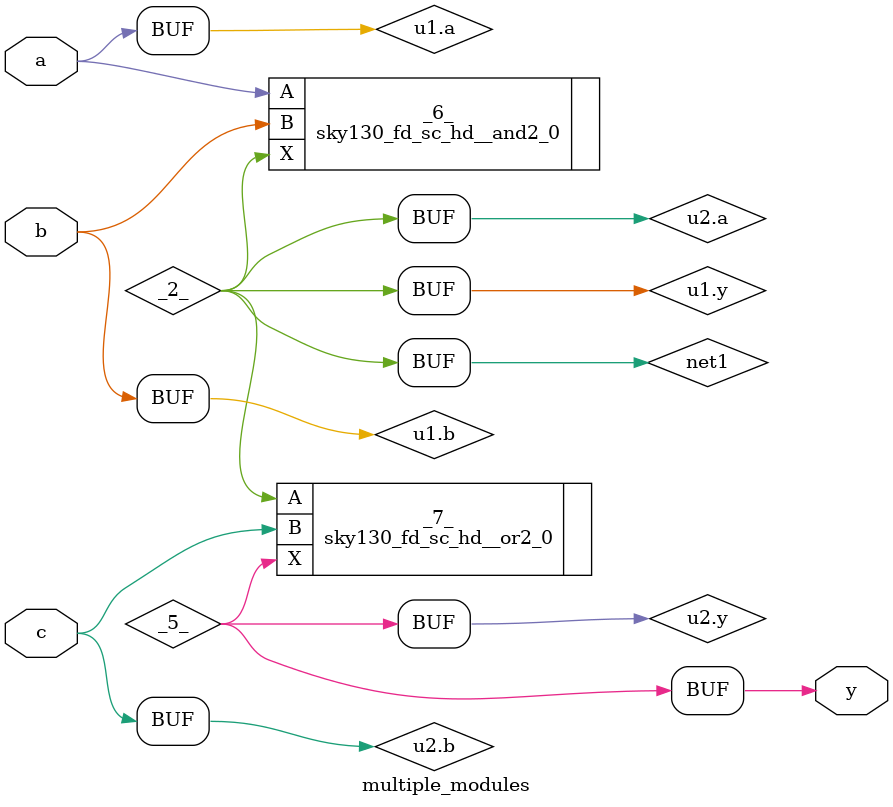
<source format=v>
/* Generated by Yosys 0.47+121 (git sha1 98b4affc4, g++ 13.2.0-23ubuntu4 -fPIC -O3) */

module multiple_modules(a, b, c, y);
  wire _0_;
  wire _1_;
  wire _2_;
  wire _3_;
  wire _4_;
  wire _5_;
  input a;
  wire a;
  input b;
  wire b;
  input c;
  wire c;
  wire net1;
  wire \u1.a ;
  wire \u1.b ;
  wire \u1.y ;
  wire \u2.a ;
  wire \u2.b ;
  wire \u2.y ;
  output y;
  wire y;
  sky130_fd_sc_hd__and2_0 _6_ (
    .A(_0_),
    .B(_1_),
    .X(_2_)
  );
  sky130_fd_sc_hd__or2_0 _7_ (
    .A(_3_),
    .B(_4_),
    .X(_5_)
  );
  assign _3_ = \u2.a ;
  assign _4_ = \u2.b ;
  assign \u2.y  = _5_;
  assign \u2.a  = net1;
  assign \u2.b  = c;
  assign y = \u2.y ;
  assign _0_ = \u1.a ;
  assign _1_ = \u1.b ;
  assign \u1.y  = _2_;
  assign \u1.a  = a;
  assign \u1.b  = b;
  assign net1 = \u1.y ;
endmodule

</source>
